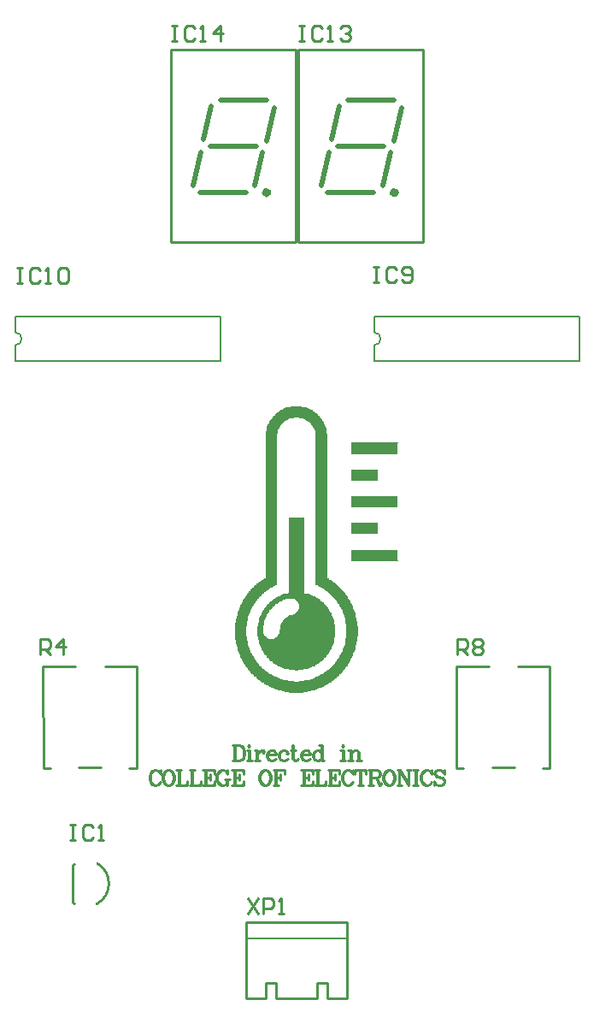
<source format=gto>
G04*
G04 #@! TF.GenerationSoftware,Altium Limited,Altium Designer,21.5.1 (32)*
G04*
G04 Layer_Color=65535*
%FSLAX25Y25*%
%MOIN*%
G70*
G04*
G04 #@! TF.SameCoordinates,23847DC4-7520-4B4A-9137-17159688AF9F*
G04*
G04*
G04 #@! TF.FilePolarity,Positive*
G04*
G01*
G75*
%ADD10C,0.03150*%
%ADD11C,0.00787*%
%ADD12C,0.01000*%
%ADD13C,0.02000*%
G36*
X197017Y216781D02*
X196764D01*
Y216528D01*
Y216275D01*
Y216022D01*
Y215769D01*
Y215515D01*
Y215262D01*
Y215009D01*
Y214756D01*
Y214503D01*
Y214250D01*
Y213997D01*
Y213744D01*
Y213491D01*
Y213238D01*
Y212984D01*
Y212731D01*
Y212478D01*
X178794D01*
Y212731D01*
Y212984D01*
Y213238D01*
Y213491D01*
Y213744D01*
Y213997D01*
Y214250D01*
Y214503D01*
Y214756D01*
Y215009D01*
Y215262D01*
Y215515D01*
Y215769D01*
Y216022D01*
Y216275D01*
Y216528D01*
Y216781D01*
Y217034D01*
X197017D01*
Y216781D01*
D02*
G37*
G36*
X189171Y206404D02*
Y206151D01*
Y205898D01*
Y205645D01*
Y205392D01*
Y205138D01*
Y204885D01*
Y204632D01*
Y204379D01*
Y204126D01*
Y203873D01*
Y203620D01*
Y203367D01*
Y203114D01*
Y202861D01*
Y202607D01*
Y202354D01*
Y202101D01*
X178794D01*
Y202354D01*
Y202607D01*
Y202861D01*
Y203114D01*
Y203367D01*
Y203620D01*
Y203873D01*
Y204126D01*
Y204379D01*
Y204632D01*
Y204885D01*
Y205138D01*
Y205392D01*
Y205645D01*
Y205898D01*
Y206151D01*
Y206404D01*
Y206657D01*
X189171D01*
Y206404D01*
D02*
G37*
G36*
X197017Y196027D02*
X196764D01*
Y195774D01*
Y195521D01*
Y195268D01*
Y195015D01*
Y194762D01*
Y194508D01*
Y194255D01*
Y194002D01*
Y193749D01*
Y193496D01*
Y193243D01*
Y192990D01*
Y192737D01*
Y192484D01*
Y192231D01*
Y191978D01*
X197017D01*
Y191724D01*
X178794D01*
Y191978D01*
Y192231D01*
Y192484D01*
Y192737D01*
Y192990D01*
Y193243D01*
Y193496D01*
Y193749D01*
Y194002D01*
Y194255D01*
Y194508D01*
Y194762D01*
Y195015D01*
Y195268D01*
Y195521D01*
Y195774D01*
Y196027D01*
Y196280D01*
X197017D01*
Y196027D01*
D02*
G37*
G36*
X189171Y185650D02*
Y185397D01*
Y185144D01*
Y184891D01*
Y184638D01*
Y184385D01*
Y184132D01*
Y183878D01*
Y183625D01*
Y183372D01*
Y183119D01*
Y182866D01*
Y182613D01*
Y182360D01*
Y182107D01*
Y181854D01*
Y181601D01*
Y181348D01*
X178794D01*
Y181601D01*
Y181854D01*
Y182107D01*
Y182360D01*
Y182613D01*
Y182866D01*
Y183119D01*
Y183372D01*
Y183625D01*
Y183878D01*
Y184132D01*
Y184385D01*
Y184638D01*
Y184891D01*
Y185144D01*
Y185397D01*
Y185650D01*
Y185903D01*
X189171D01*
Y185650D01*
D02*
G37*
G36*
X196764Y175020D02*
Y174767D01*
Y174514D01*
Y174261D01*
Y174008D01*
Y173755D01*
Y173502D01*
Y173248D01*
Y172995D01*
Y172742D01*
Y172489D01*
Y172236D01*
Y171983D01*
Y171730D01*
Y171477D01*
Y171224D01*
X197017D01*
Y170971D01*
X178794D01*
Y171224D01*
Y171477D01*
Y171730D01*
Y171983D01*
Y172236D01*
Y172489D01*
Y172742D01*
Y172995D01*
Y173248D01*
Y173502D01*
Y173755D01*
Y174008D01*
Y174261D01*
Y174514D01*
Y174767D01*
Y175020D01*
Y175273D01*
X196764D01*
Y175020D01*
D02*
G37*
G36*
X159558Y230954D02*
X160571D01*
Y230701D01*
X161330D01*
Y230448D01*
X162089D01*
Y230195D01*
X162596D01*
Y229942D01*
X163102D01*
Y229689D01*
X163608D01*
Y229436D01*
X163861D01*
Y229183D01*
X164367D01*
Y228929D01*
X164620D01*
Y228676D01*
X164873D01*
Y228423D01*
X165380D01*
Y228170D01*
X165633D01*
Y227917D01*
X165886D01*
Y227664D01*
X166139D01*
Y227411D01*
X166392D01*
Y227158D01*
Y226905D01*
X166645D01*
Y226652D01*
X166898D01*
Y226398D01*
X167151D01*
Y226145D01*
X167404D01*
Y225892D01*
Y225639D01*
X167657D01*
Y225386D01*
Y225133D01*
X167911D01*
Y224880D01*
Y224627D01*
X168164D01*
Y224374D01*
Y224121D01*
X168417D01*
Y223868D01*
Y223615D01*
X168670D01*
Y223361D01*
Y223108D01*
Y222855D01*
X168923D01*
Y222602D01*
Y222349D01*
Y222096D01*
X169176D01*
Y221843D01*
Y221590D01*
Y221337D01*
Y221083D01*
Y220830D01*
Y220577D01*
X169429D01*
Y220324D01*
Y220071D01*
Y219818D01*
Y219565D01*
Y219312D01*
Y219059D01*
Y218806D01*
Y218553D01*
Y218300D01*
Y218046D01*
Y217793D01*
Y217540D01*
Y217287D01*
Y217034D01*
Y216781D01*
Y216528D01*
Y216275D01*
Y216022D01*
Y215769D01*
Y215515D01*
Y215262D01*
Y215009D01*
Y214756D01*
Y214503D01*
Y214250D01*
Y213997D01*
Y213744D01*
Y213491D01*
Y213238D01*
Y212984D01*
Y212731D01*
Y212478D01*
Y212225D01*
Y211972D01*
Y211719D01*
Y211466D01*
Y211213D01*
Y210960D01*
Y210707D01*
Y210454D01*
Y210200D01*
Y209947D01*
Y209694D01*
Y209441D01*
Y209188D01*
Y208935D01*
Y208682D01*
Y208429D01*
Y208176D01*
Y207923D01*
Y207669D01*
Y207416D01*
Y207163D01*
Y206910D01*
Y206657D01*
Y206404D01*
Y206151D01*
Y205898D01*
Y205645D01*
Y205392D01*
Y205138D01*
Y204885D01*
Y204632D01*
Y204379D01*
Y204126D01*
Y203873D01*
Y203620D01*
Y203367D01*
Y203114D01*
Y202861D01*
Y202607D01*
Y202354D01*
Y202101D01*
Y201848D01*
Y201595D01*
Y201342D01*
Y201089D01*
Y200836D01*
Y200583D01*
Y200330D01*
Y200077D01*
Y199823D01*
Y199570D01*
Y199317D01*
Y199064D01*
Y198811D01*
Y198558D01*
Y198305D01*
Y198052D01*
Y197799D01*
Y197546D01*
Y197292D01*
Y197039D01*
Y196786D01*
Y196533D01*
Y196280D01*
Y196027D01*
Y195774D01*
Y195521D01*
Y195268D01*
Y195015D01*
Y194762D01*
Y194508D01*
Y194255D01*
Y194002D01*
Y193749D01*
Y193496D01*
Y193243D01*
Y192990D01*
Y192737D01*
Y192484D01*
Y192231D01*
Y191978D01*
Y191724D01*
Y191471D01*
Y191218D01*
Y190965D01*
Y190712D01*
Y190459D01*
Y190206D01*
Y189953D01*
Y189700D01*
Y189446D01*
Y189193D01*
Y188940D01*
Y188687D01*
Y188434D01*
Y188181D01*
Y187928D01*
Y187675D01*
Y187422D01*
Y187169D01*
Y186916D01*
Y186662D01*
Y186409D01*
Y186156D01*
Y185903D01*
Y185650D01*
Y185397D01*
Y185144D01*
Y184891D01*
Y184638D01*
Y184385D01*
Y184132D01*
Y183878D01*
Y183625D01*
Y183372D01*
Y183119D01*
Y182866D01*
Y182613D01*
Y182360D01*
Y182107D01*
Y181854D01*
Y181601D01*
Y181348D01*
Y181094D01*
Y180841D01*
Y180588D01*
Y180335D01*
Y180082D01*
Y179829D01*
Y179576D01*
Y179323D01*
Y179070D01*
Y178816D01*
Y178563D01*
Y178310D01*
Y178057D01*
Y177804D01*
Y177551D01*
Y177298D01*
Y177045D01*
Y176792D01*
Y176539D01*
Y176286D01*
Y176032D01*
Y175779D01*
Y175526D01*
Y175273D01*
Y175020D01*
Y174767D01*
Y174514D01*
Y174261D01*
Y174008D01*
Y173755D01*
Y173502D01*
Y173248D01*
Y172995D01*
Y172742D01*
Y172489D01*
Y172236D01*
Y171983D01*
Y171730D01*
Y171477D01*
Y171224D01*
Y170971D01*
Y170718D01*
Y170464D01*
Y170211D01*
Y169958D01*
Y169705D01*
Y169452D01*
Y169199D01*
Y168946D01*
Y168693D01*
Y168440D01*
Y168186D01*
Y167933D01*
Y167680D01*
Y167427D01*
Y167174D01*
Y166921D01*
Y166668D01*
Y166415D01*
Y166162D01*
Y165909D01*
Y165656D01*
Y165402D01*
Y165149D01*
Y164896D01*
Y164643D01*
Y164390D01*
Y164137D01*
X169935D01*
Y163884D01*
X170188D01*
Y163631D01*
X170695D01*
Y163378D01*
X170948D01*
Y163125D01*
X171454D01*
Y162872D01*
X171707D01*
Y162618D01*
X171960D01*
Y162365D01*
X172466D01*
Y162112D01*
X172719D01*
Y161859D01*
X172973D01*
Y161606D01*
X173226D01*
Y161353D01*
X173479D01*
Y161100D01*
X173732D01*
Y160847D01*
X173985D01*
Y160594D01*
X174238D01*
Y160340D01*
X174491D01*
Y160087D01*
X174744D01*
Y159834D01*
X174997D01*
Y159581D01*
X175250D01*
Y159328D01*
X175503D01*
Y159075D01*
X175757D01*
Y158822D01*
X176010D01*
Y158569D01*
X176263D01*
Y158316D01*
Y158063D01*
X176516D01*
Y157810D01*
X176769D01*
Y157556D01*
X177022D01*
Y157303D01*
Y157050D01*
X177275D01*
Y156797D01*
X177528D01*
Y156544D01*
Y156291D01*
X177781D01*
Y156038D01*
Y155785D01*
X178034D01*
Y155532D01*
X178287D01*
Y155279D01*
Y155025D01*
X178541D01*
Y154772D01*
Y154519D01*
X178794D01*
Y154266D01*
Y154013D01*
X179047D01*
Y153760D01*
Y153507D01*
X179300D01*
Y153254D01*
Y153001D01*
Y152748D01*
X179553D01*
Y152495D01*
Y152242D01*
X179806D01*
Y151988D01*
Y151735D01*
Y151482D01*
X180059D01*
Y151229D01*
Y150976D01*
Y150723D01*
X180312D01*
Y150470D01*
Y150217D01*
Y149964D01*
X180565D01*
Y149711D01*
Y149457D01*
Y149204D01*
Y148951D01*
X180818D01*
Y148698D01*
Y148445D01*
Y148192D01*
Y147939D01*
Y147686D01*
Y147433D01*
X181072D01*
Y147180D01*
Y146926D01*
Y146673D01*
Y146420D01*
Y146167D01*
Y145914D01*
Y145661D01*
X181325D01*
Y145408D01*
Y145155D01*
Y144902D01*
Y144649D01*
Y144395D01*
Y144142D01*
Y143889D01*
Y143636D01*
Y143383D01*
Y143130D01*
Y142877D01*
Y142624D01*
Y142371D01*
Y142118D01*
Y141865D01*
Y141611D01*
X181072D01*
Y141358D01*
Y141105D01*
Y140852D01*
Y140599D01*
Y140346D01*
Y140093D01*
Y139840D01*
Y139587D01*
X180818D01*
Y139334D01*
Y139081D01*
Y138827D01*
Y138574D01*
Y138321D01*
X180565D01*
Y138068D01*
Y137815D01*
Y137562D01*
Y137309D01*
X180312D01*
Y137056D01*
Y136803D01*
Y136549D01*
Y136296D01*
X180059D01*
Y136043D01*
Y135790D01*
Y135537D01*
X179806D01*
Y135284D01*
Y135031D01*
X179553D01*
Y134778D01*
Y134525D01*
Y134272D01*
X179300D01*
Y134019D01*
Y133765D01*
X179047D01*
Y133512D01*
Y133259D01*
X178794D01*
Y133006D01*
Y132753D01*
X178541D01*
Y132500D01*
Y132247D01*
X178287D01*
Y131994D01*
Y131741D01*
X178034D01*
Y131488D01*
Y131235D01*
X177781D01*
Y130981D01*
X177528D01*
Y130728D01*
Y130475D01*
X177275D01*
Y130222D01*
Y129969D01*
X177022D01*
Y129716D01*
X176769D01*
Y129463D01*
X176516D01*
Y129210D01*
Y128957D01*
X176263D01*
Y128704D01*
X176010D01*
Y128451D01*
X175757D01*
Y128197D01*
X175503D01*
Y127944D01*
Y127691D01*
X175250D01*
Y127438D01*
X174997D01*
Y127185D01*
X174744D01*
Y126932D01*
X174491D01*
Y126679D01*
X174238D01*
Y126426D01*
X173985D01*
Y126173D01*
X173732D01*
Y125919D01*
X173479D01*
Y125666D01*
X173226D01*
Y125413D01*
X172973D01*
Y125160D01*
X172466D01*
Y124907D01*
X172213D01*
Y124654D01*
X171960D01*
Y124401D01*
X171707D01*
Y124148D01*
X171201D01*
Y123895D01*
X170948D01*
Y123642D01*
X170441D01*
Y123389D01*
X170188D01*
Y123135D01*
X169682D01*
Y122882D01*
X169176D01*
Y122629D01*
X168923D01*
Y122376D01*
X168417D01*
Y122123D01*
X167911D01*
Y121870D01*
X167404D01*
Y121617D01*
X166645D01*
Y121364D01*
X166139D01*
Y121111D01*
X165380D01*
Y120858D01*
X164873D01*
Y120605D01*
X163861D01*
Y120351D01*
X163102D01*
Y120098D01*
X161836D01*
Y119845D01*
X160065D01*
Y119592D01*
X154497D01*
Y119845D01*
X152725D01*
Y120098D01*
X151713D01*
Y120351D01*
X150700D01*
Y120605D01*
X149941D01*
Y120858D01*
X149181D01*
Y121111D01*
X148422D01*
Y121364D01*
X147916D01*
Y121617D01*
X147410D01*
Y121870D01*
X146904D01*
Y122123D01*
X146397D01*
Y122376D01*
X145891D01*
Y122629D01*
X145385D01*
Y122882D01*
X144879D01*
Y123135D01*
X144626D01*
Y123389D01*
X144120D01*
Y123642D01*
X143867D01*
Y123895D01*
X143360D01*
Y124148D01*
X143107D01*
Y124401D01*
X142601D01*
Y124654D01*
X142348D01*
Y124907D01*
X142095D01*
Y125160D01*
X141842D01*
Y125413D01*
X141589D01*
Y125666D01*
X141082D01*
Y125919D01*
X140829D01*
Y126173D01*
X140576D01*
Y126426D01*
X140323D01*
Y126679D01*
X140070D01*
Y126932D01*
X139817D01*
Y127185D01*
X139564D01*
Y127438D01*
Y127691D01*
X139311D01*
Y127944D01*
X139058D01*
Y128197D01*
X138805D01*
Y128451D01*
X138551D01*
Y128704D01*
X138298D01*
Y128957D01*
Y129210D01*
X138045D01*
Y129463D01*
X137792D01*
Y129716D01*
X137539D01*
Y129969D01*
Y130222D01*
X137286D01*
Y130475D01*
X137033D01*
Y130728D01*
Y130981D01*
X136780D01*
Y131235D01*
Y131488D01*
X136527D01*
Y131741D01*
Y131994D01*
X136274D01*
Y132247D01*
X136021D01*
Y132500D01*
Y132753D01*
X135767D01*
Y133006D01*
Y133259D01*
X135514D01*
Y133512D01*
Y133765D01*
Y134019D01*
X135261D01*
Y134272D01*
Y134525D01*
X135008D01*
Y134778D01*
Y135031D01*
Y135284D01*
X134755D01*
Y135537D01*
Y135790D01*
X134502D01*
Y136043D01*
Y136296D01*
Y136549D01*
X134249D01*
Y136803D01*
Y137056D01*
Y137309D01*
Y137562D01*
X133996D01*
Y137815D01*
Y138068D01*
Y138321D01*
Y138574D01*
X133743D01*
Y138827D01*
Y139081D01*
Y139334D01*
Y139587D01*
Y139840D01*
Y140093D01*
X133490D01*
Y140346D01*
Y140599D01*
Y140852D01*
Y141105D01*
Y141358D01*
Y141611D01*
Y141865D01*
Y142118D01*
Y142371D01*
Y142624D01*
Y142877D01*
Y143130D01*
Y143383D01*
Y143636D01*
Y143889D01*
Y144142D01*
Y144395D01*
Y144649D01*
Y144902D01*
Y145155D01*
Y145408D01*
Y145661D01*
Y145914D01*
Y146167D01*
Y146420D01*
Y146673D01*
Y146926D01*
X133743D01*
Y147180D01*
Y147433D01*
Y147686D01*
Y147939D01*
Y148192D01*
Y148445D01*
X133996D01*
Y148698D01*
Y148951D01*
Y149204D01*
Y149457D01*
X134249D01*
Y149711D01*
Y149964D01*
Y150217D01*
Y150470D01*
X134502D01*
Y150723D01*
Y150976D01*
Y151229D01*
X134755D01*
Y151482D01*
Y151735D01*
Y151988D01*
X135008D01*
Y152242D01*
Y152495D01*
Y152748D01*
X135261D01*
Y153001D01*
Y153254D01*
X135514D01*
Y153507D01*
Y153760D01*
X135767D01*
Y154013D01*
Y154266D01*
X136021D01*
Y154519D01*
Y154772D01*
X136274D01*
Y155025D01*
Y155279D01*
X136527D01*
Y155532D01*
Y155785D01*
X136780D01*
Y156038D01*
X137033D01*
Y156291D01*
Y156544D01*
X137286D01*
Y156797D01*
Y157050D01*
X137539D01*
Y157303D01*
X137792D01*
Y157556D01*
X138045D01*
Y157810D01*
Y158063D01*
X138298D01*
Y158316D01*
X138551D01*
Y158569D01*
X138805D01*
Y158822D01*
Y159075D01*
X139058D01*
Y159328D01*
X139311D01*
Y159581D01*
X139564D01*
Y159834D01*
X139817D01*
Y160087D01*
X140070D01*
Y160340D01*
X140323D01*
Y160594D01*
X140576D01*
Y160847D01*
X140829D01*
Y161100D01*
X141082D01*
Y161353D01*
X141335D01*
Y161606D01*
X141589D01*
Y161859D01*
X141842D01*
Y162112D01*
X142348D01*
Y162365D01*
X142601D01*
Y162618D01*
X142854D01*
Y162872D01*
X143360D01*
Y163125D01*
X143613D01*
Y163378D01*
X143867D01*
Y163631D01*
X144373D01*
Y163884D01*
X144879D01*
Y164137D01*
X145385D01*
Y164390D01*
Y164643D01*
Y164896D01*
Y165149D01*
Y165402D01*
Y165656D01*
Y165909D01*
Y166162D01*
Y166415D01*
Y166668D01*
Y166921D01*
Y167174D01*
Y167427D01*
Y167680D01*
Y167933D01*
Y168186D01*
Y168440D01*
Y168693D01*
Y168946D01*
Y169199D01*
Y169452D01*
Y169705D01*
Y169958D01*
Y170211D01*
Y170464D01*
Y170718D01*
Y170971D01*
Y171224D01*
Y171477D01*
Y171730D01*
Y171983D01*
Y172236D01*
Y172489D01*
Y172742D01*
Y172995D01*
Y173248D01*
Y173502D01*
Y173755D01*
Y174008D01*
Y174261D01*
Y174514D01*
Y174767D01*
Y175020D01*
Y175273D01*
Y175526D01*
Y175779D01*
Y176032D01*
Y176286D01*
Y176539D01*
Y176792D01*
Y177045D01*
Y177298D01*
Y177551D01*
Y177804D01*
Y178057D01*
Y178310D01*
Y178563D01*
Y178816D01*
Y179070D01*
Y179323D01*
Y179576D01*
Y179829D01*
Y180082D01*
Y180335D01*
Y180588D01*
Y180841D01*
Y181094D01*
Y181348D01*
Y181601D01*
Y181854D01*
Y182107D01*
Y182360D01*
Y182613D01*
Y182866D01*
Y183119D01*
Y183372D01*
Y183625D01*
Y183878D01*
Y184132D01*
Y184385D01*
Y184638D01*
Y184891D01*
Y185144D01*
Y185397D01*
Y185650D01*
Y185903D01*
Y186156D01*
Y186409D01*
Y186662D01*
Y186916D01*
Y187169D01*
Y187422D01*
Y187675D01*
Y187928D01*
Y188181D01*
Y188434D01*
Y188687D01*
Y188940D01*
Y189193D01*
Y189446D01*
Y189700D01*
Y189953D01*
Y190206D01*
Y190459D01*
Y190712D01*
Y190965D01*
Y191218D01*
Y191471D01*
Y191724D01*
Y191978D01*
Y192231D01*
Y192484D01*
Y192737D01*
Y192990D01*
Y193243D01*
Y193496D01*
Y193749D01*
Y194002D01*
Y194255D01*
Y194508D01*
Y194762D01*
Y195015D01*
Y195268D01*
Y195521D01*
Y195774D01*
Y196027D01*
Y196280D01*
Y196533D01*
Y196786D01*
Y197039D01*
Y197292D01*
Y197546D01*
Y197799D01*
Y198052D01*
Y198305D01*
Y198558D01*
Y198811D01*
Y199064D01*
Y199317D01*
Y199570D01*
Y199823D01*
Y200077D01*
Y200330D01*
Y200583D01*
Y200836D01*
Y201089D01*
Y201342D01*
Y201595D01*
Y201848D01*
Y202101D01*
Y202354D01*
Y202607D01*
Y202861D01*
Y203114D01*
Y203367D01*
Y203620D01*
Y203873D01*
Y204126D01*
Y204379D01*
Y204632D01*
Y204885D01*
Y205138D01*
Y205392D01*
Y205645D01*
Y205898D01*
Y206151D01*
Y206404D01*
Y206657D01*
Y206910D01*
Y207163D01*
Y207416D01*
Y207669D01*
Y207923D01*
Y208176D01*
Y208429D01*
Y208682D01*
Y208935D01*
Y209188D01*
Y209441D01*
Y209694D01*
Y209947D01*
Y210200D01*
Y210454D01*
Y210707D01*
Y210960D01*
Y211213D01*
Y211466D01*
Y211719D01*
Y211972D01*
Y212225D01*
Y212478D01*
Y212731D01*
Y212984D01*
Y213238D01*
Y213491D01*
Y213744D01*
Y213997D01*
Y214250D01*
Y214503D01*
Y214756D01*
Y215009D01*
Y215262D01*
Y215515D01*
Y215769D01*
Y216022D01*
Y216275D01*
Y216528D01*
Y216781D01*
Y217034D01*
Y217287D01*
Y217540D01*
Y217793D01*
Y218046D01*
Y218300D01*
Y218553D01*
Y218806D01*
Y219059D01*
Y219312D01*
Y219565D01*
Y219818D01*
Y220071D01*
Y220324D01*
Y220577D01*
Y220830D01*
Y221083D01*
Y221337D01*
Y221590D01*
X145638D01*
Y221843D01*
Y222096D01*
Y222349D01*
Y222602D01*
X145891D01*
Y222855D01*
Y223108D01*
Y223361D01*
X146144D01*
Y223615D01*
Y223868D01*
Y224121D01*
X146397D01*
Y224374D01*
Y224627D01*
X146651D01*
Y224880D01*
Y225133D01*
X146904D01*
Y225386D01*
X147157D01*
Y225639D01*
Y225892D01*
X147410D01*
Y226145D01*
X147663D01*
Y226398D01*
Y226652D01*
X147916D01*
Y226905D01*
X148169D01*
Y227158D01*
X148422D01*
Y227411D01*
X148675D01*
Y227664D01*
X148928D01*
Y227917D01*
X149181D01*
Y228170D01*
X149435D01*
Y228423D01*
X149688D01*
Y228676D01*
X149941D01*
Y228929D01*
X150447D01*
Y229183D01*
X150700D01*
Y229436D01*
X151206D01*
Y229689D01*
X151459D01*
Y229942D01*
X151965D01*
Y230195D01*
X152472D01*
Y230448D01*
X153231D01*
Y230701D01*
X153990D01*
Y230954D01*
X155003D01*
Y231207D01*
X159558D01*
Y230954D01*
D02*
G37*
%LPC*%
G36*
X158293Y226905D02*
X156521D01*
Y226652D01*
X155256D01*
Y226398D01*
X154497D01*
Y226145D01*
X153990D01*
Y225892D01*
X153484D01*
Y225639D01*
X152978D01*
Y225386D01*
X152725D01*
Y225133D01*
X152472D01*
Y224880D01*
X152219D01*
Y224627D01*
X151965D01*
Y224374D01*
X151713D01*
Y224121D01*
X151459D01*
Y223868D01*
X151206D01*
Y223615D01*
X150953D01*
Y223361D01*
Y223108D01*
X150700D01*
Y222855D01*
Y222602D01*
X150447D01*
Y222349D01*
Y222096D01*
X150194D01*
Y221843D01*
Y221590D01*
X149941D01*
Y221337D01*
Y221083D01*
Y220830D01*
Y220577D01*
X149688D01*
Y220324D01*
Y220071D01*
Y219818D01*
Y219565D01*
Y219312D01*
Y219059D01*
Y218806D01*
Y218553D01*
Y218300D01*
Y218046D01*
Y217793D01*
Y217540D01*
Y217287D01*
Y217034D01*
Y216781D01*
Y216528D01*
Y216275D01*
Y216022D01*
Y215769D01*
Y215515D01*
Y215262D01*
Y215009D01*
Y214756D01*
Y214503D01*
Y214250D01*
Y213997D01*
Y213744D01*
Y213491D01*
Y213238D01*
Y212984D01*
Y212731D01*
Y212478D01*
Y212225D01*
Y211972D01*
Y211719D01*
Y211466D01*
Y211213D01*
Y210960D01*
Y210707D01*
Y210454D01*
Y210200D01*
Y209947D01*
Y209694D01*
Y209441D01*
Y209188D01*
Y208935D01*
Y208682D01*
Y208429D01*
Y208176D01*
Y207923D01*
Y207669D01*
Y207416D01*
Y207163D01*
Y206910D01*
Y206657D01*
Y206404D01*
Y206151D01*
Y205898D01*
Y205645D01*
Y205392D01*
Y205138D01*
Y204885D01*
Y204632D01*
Y204379D01*
Y204126D01*
Y203873D01*
Y203620D01*
Y203367D01*
Y203114D01*
Y202861D01*
Y202607D01*
Y202354D01*
Y202101D01*
Y201848D01*
Y201595D01*
Y201342D01*
Y201089D01*
Y200836D01*
Y200583D01*
Y200330D01*
Y200077D01*
Y199823D01*
Y199570D01*
Y199317D01*
Y199064D01*
Y198811D01*
Y198558D01*
Y198305D01*
Y198052D01*
Y197799D01*
Y197546D01*
Y197292D01*
Y197039D01*
Y196786D01*
Y196533D01*
Y196280D01*
Y196027D01*
Y195774D01*
Y195521D01*
Y195268D01*
Y195015D01*
Y194762D01*
Y194508D01*
Y194255D01*
Y194002D01*
Y193749D01*
Y193496D01*
Y193243D01*
Y192990D01*
Y192737D01*
Y192484D01*
Y192231D01*
Y191978D01*
Y191724D01*
Y191471D01*
Y191218D01*
Y190965D01*
Y190712D01*
Y190459D01*
Y190206D01*
Y189953D01*
Y189700D01*
Y189446D01*
Y189193D01*
Y188940D01*
Y188687D01*
Y188434D01*
Y188181D01*
Y187928D01*
Y187675D01*
Y187422D01*
Y187169D01*
Y186916D01*
Y186662D01*
Y186409D01*
Y186156D01*
Y185903D01*
Y185650D01*
Y185397D01*
Y185144D01*
Y184891D01*
Y184638D01*
Y184385D01*
Y184132D01*
Y183878D01*
Y183625D01*
Y183372D01*
Y183119D01*
Y182866D01*
Y182613D01*
Y182360D01*
Y182107D01*
Y181854D01*
Y181601D01*
Y181348D01*
Y181094D01*
Y180841D01*
Y180588D01*
Y180335D01*
Y180082D01*
Y179829D01*
Y179576D01*
Y179323D01*
Y179070D01*
Y178816D01*
Y178563D01*
Y178310D01*
Y178057D01*
Y177804D01*
Y177551D01*
Y177298D01*
Y177045D01*
Y176792D01*
Y176539D01*
Y176286D01*
Y176032D01*
Y175779D01*
Y175526D01*
Y175273D01*
Y175020D01*
Y174767D01*
Y174514D01*
Y174261D01*
Y174008D01*
Y173755D01*
Y173502D01*
Y173248D01*
Y172995D01*
Y172742D01*
Y172489D01*
Y172236D01*
Y171983D01*
Y171730D01*
Y171477D01*
Y171224D01*
Y170971D01*
Y170718D01*
Y170464D01*
Y170211D01*
Y169958D01*
Y169705D01*
Y169452D01*
Y169199D01*
Y168946D01*
Y168693D01*
Y168440D01*
Y168186D01*
Y167933D01*
Y167680D01*
Y167427D01*
Y167174D01*
Y166921D01*
Y166668D01*
Y166415D01*
Y166162D01*
Y165909D01*
Y165656D01*
Y165402D01*
Y165149D01*
Y164896D01*
Y164643D01*
Y164390D01*
Y164137D01*
Y163884D01*
Y163631D01*
Y163378D01*
Y163125D01*
Y162872D01*
Y162618D01*
Y162365D01*
Y162112D01*
Y161859D01*
Y161606D01*
X149435D01*
Y161353D01*
X148928D01*
Y161100D01*
X148422D01*
Y160847D01*
X147916D01*
Y160594D01*
X147663D01*
Y160340D01*
X147157D01*
Y160087D01*
X146651D01*
Y159834D01*
X146397D01*
Y159581D01*
X145891D01*
Y159328D01*
X145638D01*
Y159075D01*
X145385D01*
Y158822D01*
X144879D01*
Y158569D01*
X144626D01*
Y158316D01*
X144373D01*
Y158063D01*
X144120D01*
Y157810D01*
X143867D01*
Y157556D01*
X143613D01*
Y157303D01*
X143360D01*
Y157050D01*
X143107D01*
Y156797D01*
X142854D01*
Y156544D01*
X142601D01*
Y156291D01*
X142348D01*
Y156038D01*
X142095D01*
Y155785D01*
Y155532D01*
X141842D01*
Y155279D01*
X141589D01*
Y155025D01*
X141335D01*
Y154772D01*
Y154519D01*
X141082D01*
Y154266D01*
X140829D01*
Y154013D01*
Y153760D01*
X140576D01*
Y153507D01*
X140323D01*
Y153254D01*
Y153001D01*
X140070D01*
Y152748D01*
Y152495D01*
X139817D01*
Y152242D01*
Y151988D01*
X139564D01*
Y151735D01*
Y151482D01*
X139311D01*
Y151229D01*
Y150976D01*
Y150723D01*
X139058D01*
Y150470D01*
Y150217D01*
X138805D01*
Y149964D01*
Y149711D01*
Y149457D01*
X138551D01*
Y149204D01*
Y148951D01*
Y148698D01*
Y148445D01*
X138298D01*
Y148192D01*
Y147939D01*
Y147686D01*
Y147433D01*
X138045D01*
Y147180D01*
Y146926D01*
Y146673D01*
Y146420D01*
Y146167D01*
Y145914D01*
Y145661D01*
X137792D01*
Y145408D01*
Y145155D01*
Y144902D01*
Y144649D01*
Y144395D01*
Y144142D01*
Y143889D01*
Y143636D01*
Y143383D01*
Y143130D01*
Y142877D01*
Y142624D01*
Y142371D01*
Y142118D01*
Y141865D01*
Y141611D01*
Y141358D01*
X138045D01*
Y141105D01*
Y140852D01*
Y140599D01*
Y140346D01*
Y140093D01*
Y139840D01*
X138298D01*
Y139587D01*
Y139334D01*
Y139081D01*
Y138827D01*
Y138574D01*
X138551D01*
Y138321D01*
Y138068D01*
Y137815D01*
X138805D01*
Y137562D01*
Y137309D01*
Y137056D01*
X139058D01*
Y136803D01*
Y136549D01*
Y136296D01*
X139311D01*
Y136043D01*
Y135790D01*
X139564D01*
Y135537D01*
Y135284D01*
X139817D01*
Y135031D01*
Y134778D01*
X140070D01*
Y134525D01*
Y134272D01*
X140323D01*
Y134019D01*
Y133765D01*
X140576D01*
Y133512D01*
Y133259D01*
X140829D01*
Y133006D01*
X141082D01*
Y132753D01*
Y132500D01*
X141335D01*
Y132247D01*
X141589D01*
Y131994D01*
Y131741D01*
X141842D01*
Y131488D01*
X142095D01*
Y131235D01*
X142348D01*
Y130981D01*
X142601D01*
Y130728D01*
X142854D01*
Y130475D01*
Y130222D01*
X143107D01*
Y129969D01*
X143360D01*
Y129716D01*
X143613D01*
Y129463D01*
X143867D01*
Y129210D01*
X144120D01*
Y128957D01*
X144626D01*
Y128704D01*
X144879D01*
Y128451D01*
X145132D01*
Y128197D01*
X145385D01*
Y127944D01*
X145891D01*
Y127691D01*
X146144D01*
Y127438D01*
X146397D01*
Y127185D01*
X146904D01*
Y126932D01*
X147410D01*
Y126679D01*
X147663D01*
Y126426D01*
X148169D01*
Y126173D01*
X148675D01*
Y125919D01*
X149181D01*
Y125666D01*
X149688D01*
Y125413D01*
X150447D01*
Y125160D01*
X150953D01*
Y124907D01*
X151965D01*
Y124654D01*
X152725D01*
Y124401D01*
X153990D01*
Y124148D01*
X156268D01*
Y123895D01*
X158293D01*
Y124148D01*
X160571D01*
Y124401D01*
X161836D01*
Y124654D01*
X162849D01*
Y124907D01*
X163608D01*
Y125160D01*
X164367D01*
Y125413D01*
X164873D01*
Y125666D01*
X165380D01*
Y125919D01*
X165886D01*
Y126173D01*
X166392D01*
Y126426D01*
X166898D01*
Y126679D01*
X167404D01*
Y126932D01*
X167657D01*
Y127185D01*
X168164D01*
Y127438D01*
X168417D01*
Y127691D01*
X168923D01*
Y127944D01*
X169176D01*
Y128197D01*
X169429D01*
Y128451D01*
X169935D01*
Y128704D01*
X170188D01*
Y128957D01*
X170441D01*
Y129210D01*
X170695D01*
Y129463D01*
X170948D01*
Y129716D01*
X171201D01*
Y129969D01*
X171454D01*
Y130222D01*
X171707D01*
Y130475D01*
X171960D01*
Y130728D01*
X172213D01*
Y130981D01*
X172466D01*
Y131235D01*
Y131488D01*
X172719D01*
Y131741D01*
X172973D01*
Y131994D01*
X173226D01*
Y132247D01*
Y132500D01*
X173479D01*
Y132753D01*
X173732D01*
Y133006D01*
Y133259D01*
X173985D01*
Y133512D01*
X174238D01*
Y133765D01*
Y134019D01*
X174491D01*
Y134272D01*
Y134525D01*
X174744D01*
Y134778D01*
Y135031D01*
X174997D01*
Y135284D01*
Y135537D01*
X175250D01*
Y135790D01*
Y136043D01*
X175503D01*
Y136296D01*
Y136549D01*
Y136803D01*
X175757D01*
Y137056D01*
Y137309D01*
Y137562D01*
X176010D01*
Y137815D01*
Y138068D01*
Y138321D01*
X176263D01*
Y138574D01*
Y138827D01*
Y139081D01*
Y139334D01*
X176516D01*
Y139587D01*
Y139840D01*
Y140093D01*
Y140346D01*
Y140599D01*
Y140852D01*
X176769D01*
Y141105D01*
Y141358D01*
Y141611D01*
Y141865D01*
Y142118D01*
Y142371D01*
Y142624D01*
Y142877D01*
Y143130D01*
Y143383D01*
Y143636D01*
Y143889D01*
Y144142D01*
Y144395D01*
Y144649D01*
Y144902D01*
Y145155D01*
Y145408D01*
Y145661D01*
Y145914D01*
Y146167D01*
Y146420D01*
X176516D01*
Y146673D01*
Y146926D01*
Y147180D01*
Y147433D01*
Y147686D01*
X176263D01*
Y147939D01*
Y148192D01*
Y148445D01*
Y148698D01*
X176010D01*
Y148951D01*
Y149204D01*
Y149457D01*
Y149711D01*
X175757D01*
Y149964D01*
Y150217D01*
Y150470D01*
X175503D01*
Y150723D01*
Y150976D01*
X175250D01*
Y151229D01*
Y151482D01*
Y151735D01*
X174997D01*
Y151988D01*
Y152242D01*
X174744D01*
Y152495D01*
Y152748D01*
X174491D01*
Y153001D01*
X174238D01*
Y153254D01*
Y153507D01*
X173985D01*
Y153760D01*
Y154013D01*
X173732D01*
Y154266D01*
X173479D01*
Y154519D01*
Y154772D01*
X173226D01*
Y155025D01*
X172973D01*
Y155279D01*
Y155532D01*
X172719D01*
Y155785D01*
X172466D01*
Y156038D01*
X172213D01*
Y156291D01*
X171960D01*
Y156544D01*
X171707D01*
Y156797D01*
X171454D01*
Y157050D01*
X171201D01*
Y157303D01*
X170948D01*
Y157556D01*
X170695D01*
Y157810D01*
X170441D01*
Y158063D01*
X170188D01*
Y158316D01*
X169935D01*
Y158569D01*
X169682D01*
Y158822D01*
X169429D01*
Y159075D01*
X168923D01*
Y159328D01*
X168670D01*
Y159581D01*
X168417D01*
Y159834D01*
X167911D01*
Y160087D01*
X167404D01*
Y160340D01*
X167151D01*
Y160594D01*
X166645D01*
Y160847D01*
X166139D01*
Y161100D01*
X165633D01*
Y161353D01*
X165127D01*
Y161606D01*
X164873D01*
Y161859D01*
Y162112D01*
Y162365D01*
Y162618D01*
Y162872D01*
Y163125D01*
Y163378D01*
Y163631D01*
Y163884D01*
Y164137D01*
Y164390D01*
Y164643D01*
Y164896D01*
Y165149D01*
Y165402D01*
Y165656D01*
Y165909D01*
Y166162D01*
Y166415D01*
Y166668D01*
Y166921D01*
Y167174D01*
Y167427D01*
Y167680D01*
Y167933D01*
Y168186D01*
Y168440D01*
Y168693D01*
Y168946D01*
Y169199D01*
Y169452D01*
Y169705D01*
Y169958D01*
Y170211D01*
Y170464D01*
Y170718D01*
Y170971D01*
Y171224D01*
Y171477D01*
Y171730D01*
Y171983D01*
Y172236D01*
Y172489D01*
Y172742D01*
Y172995D01*
Y173248D01*
Y173502D01*
Y173755D01*
Y174008D01*
Y174261D01*
Y174514D01*
Y174767D01*
Y175020D01*
Y175273D01*
Y175526D01*
Y175779D01*
Y176032D01*
Y176286D01*
Y176539D01*
Y176792D01*
Y177045D01*
Y177298D01*
Y177551D01*
Y177804D01*
Y178057D01*
Y178310D01*
Y178563D01*
Y178816D01*
Y179070D01*
Y179323D01*
Y179576D01*
Y179829D01*
Y180082D01*
Y180335D01*
Y180588D01*
Y180841D01*
Y181094D01*
Y181348D01*
Y181601D01*
Y181854D01*
Y182107D01*
Y182360D01*
Y182613D01*
Y182866D01*
Y183119D01*
Y183372D01*
Y183625D01*
Y183878D01*
Y184132D01*
Y184385D01*
Y184638D01*
Y184891D01*
Y185144D01*
Y185397D01*
Y185650D01*
Y185903D01*
Y186156D01*
Y186409D01*
Y186662D01*
Y186916D01*
Y187169D01*
Y187422D01*
Y187675D01*
Y187928D01*
Y188181D01*
Y188434D01*
Y188687D01*
Y188940D01*
Y189193D01*
Y189446D01*
Y189700D01*
Y189953D01*
Y190206D01*
Y190459D01*
Y190712D01*
Y190965D01*
Y191218D01*
Y191471D01*
Y191724D01*
Y191978D01*
Y192231D01*
Y192484D01*
Y192737D01*
Y192990D01*
Y193243D01*
Y193496D01*
Y193749D01*
Y194002D01*
Y194255D01*
Y194508D01*
Y194762D01*
Y195015D01*
Y195268D01*
Y195521D01*
Y195774D01*
Y196027D01*
Y196280D01*
Y196533D01*
Y196786D01*
Y197039D01*
Y197292D01*
Y197546D01*
Y197799D01*
Y198052D01*
Y198305D01*
Y198558D01*
Y198811D01*
Y199064D01*
Y199317D01*
Y199570D01*
Y199823D01*
Y200077D01*
Y200330D01*
Y200583D01*
Y200836D01*
Y201089D01*
Y201342D01*
Y201595D01*
Y201848D01*
Y202101D01*
Y202354D01*
Y202607D01*
Y202861D01*
Y203114D01*
Y203367D01*
Y203620D01*
Y203873D01*
Y204126D01*
Y204379D01*
Y204632D01*
Y204885D01*
Y205138D01*
Y205392D01*
Y205645D01*
Y205898D01*
Y206151D01*
Y206404D01*
Y206657D01*
Y206910D01*
Y207163D01*
Y207416D01*
Y207669D01*
Y207923D01*
Y208176D01*
Y208429D01*
Y208682D01*
Y208935D01*
Y209188D01*
Y209441D01*
Y209694D01*
Y209947D01*
Y210200D01*
Y210454D01*
Y210707D01*
Y210960D01*
Y211213D01*
Y211466D01*
Y211719D01*
Y211972D01*
Y212225D01*
Y212478D01*
Y212731D01*
Y212984D01*
Y213238D01*
Y213491D01*
Y213744D01*
Y213997D01*
Y214250D01*
Y214503D01*
Y214756D01*
Y215009D01*
Y215262D01*
Y215515D01*
Y215769D01*
Y216022D01*
Y216275D01*
Y216528D01*
Y216781D01*
Y217034D01*
Y217287D01*
Y217540D01*
Y217793D01*
Y218046D01*
Y218300D01*
Y218553D01*
Y218806D01*
Y219059D01*
Y219312D01*
Y219565D01*
Y219818D01*
Y220071D01*
Y220324D01*
Y220577D01*
Y220830D01*
X164620D01*
Y221083D01*
Y221337D01*
Y221590D01*
Y221843D01*
X164367D01*
Y222096D01*
Y222349D01*
X164114D01*
Y222602D01*
Y222855D01*
X163861D01*
Y223108D01*
Y223361D01*
X163608D01*
Y223615D01*
X163355D01*
Y223868D01*
X163102D01*
Y224121D01*
Y224374D01*
X162849D01*
Y224627D01*
X162596D01*
Y224880D01*
X162343D01*
Y225133D01*
X161836D01*
Y225386D01*
X161583D01*
Y225639D01*
X161077D01*
Y225892D01*
X160824D01*
Y226145D01*
X160065D01*
Y226398D01*
X159558D01*
Y226652D01*
X158293D01*
Y226905D01*
D02*
G37*
%LPD*%
G36*
X160318Y187675D02*
Y187422D01*
Y187169D01*
Y186916D01*
Y186662D01*
Y186409D01*
Y186156D01*
Y185903D01*
Y185650D01*
Y185397D01*
Y185144D01*
Y184891D01*
Y184638D01*
Y184385D01*
Y184132D01*
Y183878D01*
Y183625D01*
Y183372D01*
Y183119D01*
Y182866D01*
Y182613D01*
Y182360D01*
Y182107D01*
Y181854D01*
Y181601D01*
Y181348D01*
Y181094D01*
Y180841D01*
Y180588D01*
Y180335D01*
Y180082D01*
Y179829D01*
Y179576D01*
Y179323D01*
Y179070D01*
Y178816D01*
Y178563D01*
Y178310D01*
Y178057D01*
Y177804D01*
Y177551D01*
Y177298D01*
Y177045D01*
Y176792D01*
Y176539D01*
Y176286D01*
Y176032D01*
Y175779D01*
Y175526D01*
Y175273D01*
Y175020D01*
Y174767D01*
Y174514D01*
Y174261D01*
Y174008D01*
Y173755D01*
Y173502D01*
Y173248D01*
Y172995D01*
Y172742D01*
Y172489D01*
Y172236D01*
Y171983D01*
Y171730D01*
Y171477D01*
Y171224D01*
Y170971D01*
Y170718D01*
Y170464D01*
Y170211D01*
Y169958D01*
Y169705D01*
Y169452D01*
Y169199D01*
Y168946D01*
Y168693D01*
Y168440D01*
Y168186D01*
Y167933D01*
Y167680D01*
Y167427D01*
Y167174D01*
Y166921D01*
Y166668D01*
Y166415D01*
Y166162D01*
Y165909D01*
Y165656D01*
Y165402D01*
Y165149D01*
Y164896D01*
Y164643D01*
Y164390D01*
Y164137D01*
Y163884D01*
Y163631D01*
Y163378D01*
Y163125D01*
Y162872D01*
Y162618D01*
Y162365D01*
Y162112D01*
Y161859D01*
Y161606D01*
Y161353D01*
Y161100D01*
Y160847D01*
Y160594D01*
Y160340D01*
Y160087D01*
Y159834D01*
Y159581D01*
Y159328D01*
Y159075D01*
Y158822D01*
Y158569D01*
X160571D01*
Y158316D01*
X161583D01*
Y158063D01*
X162343D01*
Y157810D01*
X163102D01*
Y157556D01*
X163608D01*
Y157303D01*
X164114D01*
Y157050D01*
X164620D01*
Y156797D01*
X165127D01*
Y156544D01*
X165633D01*
Y156291D01*
X165886D01*
Y156038D01*
X166392D01*
Y155785D01*
X166645D01*
Y155532D01*
X166898D01*
Y155279D01*
X167151D01*
Y155025D01*
X167404D01*
Y154772D01*
X167911D01*
Y154519D01*
X168164D01*
Y154266D01*
X168417D01*
Y154013D01*
Y153760D01*
X168670D01*
Y153507D01*
X168923D01*
Y153254D01*
X169176D01*
Y153001D01*
X169429D01*
Y152748D01*
X169682D01*
Y152495D01*
Y152242D01*
X169935D01*
Y151988D01*
X170188D01*
Y151735D01*
Y151482D01*
X170441D01*
Y151229D01*
Y150976D01*
X170695D01*
Y150723D01*
X170948D01*
Y150470D01*
Y150217D01*
X171201D01*
Y149964D01*
Y149711D01*
Y149457D01*
X171454D01*
Y149204D01*
Y148951D01*
X171707D01*
Y148698D01*
Y148445D01*
Y148192D01*
X171960D01*
Y147939D01*
Y147686D01*
Y147433D01*
Y147180D01*
X172213D01*
Y146926D01*
Y146673D01*
Y146420D01*
Y146167D01*
X172466D01*
Y145914D01*
Y145661D01*
Y145408D01*
Y145155D01*
Y144902D01*
Y144649D01*
Y144395D01*
Y144142D01*
Y143889D01*
Y143636D01*
Y143383D01*
Y143130D01*
Y142877D01*
Y142624D01*
Y142371D01*
Y142118D01*
Y141865D01*
Y141611D01*
Y141358D01*
Y141105D01*
X172213D01*
Y140852D01*
Y140599D01*
Y140346D01*
Y140093D01*
Y139840D01*
X171960D01*
Y139587D01*
Y139334D01*
Y139081D01*
Y138827D01*
X171707D01*
Y138574D01*
Y138321D01*
X171454D01*
Y138068D01*
Y137815D01*
Y137562D01*
X171201D01*
Y137309D01*
Y137056D01*
X170948D01*
Y136803D01*
Y136549D01*
X170695D01*
Y136296D01*
Y136043D01*
X170441D01*
Y135790D01*
Y135537D01*
X170188D01*
Y135284D01*
X169935D01*
Y135031D01*
Y134778D01*
X169682D01*
Y134525D01*
X169429D01*
Y134272D01*
Y134019D01*
X169176D01*
Y133765D01*
X168923D01*
Y133512D01*
X168670D01*
Y133259D01*
X168417D01*
Y133006D01*
X168164D01*
Y132753D01*
X167911D01*
Y132500D01*
X167657D01*
Y132247D01*
X167404D01*
Y131994D01*
X167151D01*
Y131741D01*
X166898D01*
Y131488D01*
X166392D01*
Y131235D01*
X166139D01*
Y130981D01*
X165633D01*
Y130728D01*
X165380D01*
Y130475D01*
X164873D01*
Y130222D01*
X164620D01*
Y129969D01*
X164114D01*
Y129716D01*
X163355D01*
Y129463D01*
X162849D01*
Y129210D01*
X162089D01*
Y128957D01*
X161330D01*
Y128704D01*
X160065D01*
Y128451D01*
X158040D01*
Y128197D01*
X156774D01*
Y128451D01*
X154497D01*
Y128704D01*
X153484D01*
Y128957D01*
X152472D01*
Y129210D01*
X151713D01*
Y129463D01*
X151206D01*
Y129716D01*
X150700D01*
Y129969D01*
X150194D01*
Y130222D01*
X149688D01*
Y130475D01*
X149181D01*
Y130728D01*
X148928D01*
Y130981D01*
X148422D01*
Y131235D01*
X148169D01*
Y131488D01*
X147916D01*
Y131741D01*
X147663D01*
Y131994D01*
X147157D01*
Y132247D01*
X146904D01*
Y132500D01*
X146651D01*
Y132753D01*
X146397D01*
Y133006D01*
X146144D01*
Y133259D01*
X145891D01*
Y133512D01*
X145638D01*
Y133765D01*
Y134019D01*
X145385D01*
Y134272D01*
X145132D01*
Y134525D01*
X144879D01*
Y134778D01*
Y135031D01*
X144626D01*
Y135284D01*
X144373D01*
Y135537D01*
Y135790D01*
X144120D01*
Y136043D01*
Y136296D01*
X143867D01*
Y136549D01*
X143613D01*
Y136803D01*
Y137056D01*
Y137309D01*
X143360D01*
Y137562D01*
Y137815D01*
X143107D01*
Y138068D01*
Y138321D01*
Y138574D01*
X142854D01*
Y138827D01*
Y139081D01*
Y139334D01*
X142601D01*
Y139587D01*
Y139840D01*
Y140093D01*
X142348D01*
Y140346D01*
Y140599D01*
Y140852D01*
Y141105D01*
Y141358D01*
Y141611D01*
X142095D01*
Y141865D01*
Y142118D01*
Y142371D01*
Y142624D01*
Y142877D01*
Y143130D01*
Y143383D01*
Y143636D01*
Y143889D01*
Y144142D01*
Y144395D01*
Y144649D01*
Y144902D01*
Y145155D01*
Y145408D01*
X142348D01*
Y145661D01*
Y145914D01*
Y146167D01*
Y146420D01*
Y146673D01*
Y146926D01*
X142601D01*
Y147180D01*
Y147433D01*
Y147686D01*
Y147939D01*
X142854D01*
Y148192D01*
Y148445D01*
Y148698D01*
X143107D01*
Y148951D01*
Y149204D01*
Y149457D01*
X143360D01*
Y149711D01*
Y149964D01*
X143613D01*
Y150217D01*
Y150470D01*
X143867D01*
Y150723D01*
Y150976D01*
X144120D01*
Y151229D01*
Y151482D01*
X144373D01*
Y151735D01*
X144626D01*
Y151988D01*
Y152242D01*
X144879D01*
Y152495D01*
X145132D01*
Y152748D01*
X145385D01*
Y153001D01*
Y153254D01*
X145638D01*
Y153507D01*
X145891D01*
Y153760D01*
X146144D01*
Y154013D01*
X146397D01*
Y154266D01*
X146651D01*
Y154519D01*
X146904D01*
Y154772D01*
X147157D01*
Y155025D01*
X147410D01*
Y155279D01*
X147663D01*
Y155532D01*
X148169D01*
Y155785D01*
X148422D01*
Y156038D01*
X148675D01*
Y156291D01*
X149181D01*
Y156544D01*
X149435D01*
Y156797D01*
X149941D01*
Y157050D01*
X150447D01*
Y157303D01*
X150953D01*
Y157556D01*
X151459D01*
Y157810D01*
X152219D01*
Y158063D01*
X152978D01*
Y158316D01*
X153990D01*
Y158569D01*
X154497D01*
Y158822D01*
Y159075D01*
Y159328D01*
Y159581D01*
Y159834D01*
Y160087D01*
Y160340D01*
Y160594D01*
Y160847D01*
Y161100D01*
Y161353D01*
Y161606D01*
Y161859D01*
Y162112D01*
Y162365D01*
Y162618D01*
Y162872D01*
Y163125D01*
Y163378D01*
Y163631D01*
Y163884D01*
Y164137D01*
Y164390D01*
Y164643D01*
Y164896D01*
Y165149D01*
Y165402D01*
Y165656D01*
Y165909D01*
Y166162D01*
Y166415D01*
Y166668D01*
Y166921D01*
Y167174D01*
Y167427D01*
Y167680D01*
Y167933D01*
Y168186D01*
Y168440D01*
Y168693D01*
Y168946D01*
Y169199D01*
Y169452D01*
Y169705D01*
Y169958D01*
Y170211D01*
Y170464D01*
Y170718D01*
Y170971D01*
Y171224D01*
Y171477D01*
Y171730D01*
Y171983D01*
Y172236D01*
Y172489D01*
Y172742D01*
Y172995D01*
Y173248D01*
Y173502D01*
Y173755D01*
Y174008D01*
Y174261D01*
Y174514D01*
Y174767D01*
Y175020D01*
Y175273D01*
Y175526D01*
Y175779D01*
Y176032D01*
Y176286D01*
Y176539D01*
Y176792D01*
Y177045D01*
Y177298D01*
Y177551D01*
Y177804D01*
Y178057D01*
Y178310D01*
Y178563D01*
Y178816D01*
Y179070D01*
Y179323D01*
Y179576D01*
Y179829D01*
Y180082D01*
Y180335D01*
Y180588D01*
Y180841D01*
Y181094D01*
Y181348D01*
Y181601D01*
Y181854D01*
Y182107D01*
Y182360D01*
Y182613D01*
Y182866D01*
Y183119D01*
Y183372D01*
Y183625D01*
Y183878D01*
Y184132D01*
Y184385D01*
Y184638D01*
Y184891D01*
Y185144D01*
Y185397D01*
Y185650D01*
Y185903D01*
Y186156D01*
Y186409D01*
Y186662D01*
Y186916D01*
Y187169D01*
Y187422D01*
Y187675D01*
Y187928D01*
X160318D01*
Y187675D01*
D02*
G37*
%LPC*%
G36*
X156268Y156291D02*
X153737D01*
Y156038D01*
X152978D01*
Y155785D01*
X152219D01*
Y155532D01*
X151713D01*
Y155279D01*
X151206D01*
Y155025D01*
X150700D01*
Y154772D01*
X150447D01*
Y154519D01*
X149941D01*
Y154266D01*
X149688D01*
Y154013D01*
X149181D01*
Y153760D01*
X148928D01*
Y153507D01*
X148675D01*
Y153254D01*
X148422D01*
Y153001D01*
X148169D01*
Y152748D01*
X147916D01*
Y152495D01*
X147663D01*
Y152242D01*
X147410D01*
Y151988D01*
X147157D01*
Y151735D01*
X146904D01*
Y151482D01*
Y151229D01*
X146651D01*
Y150976D01*
X146397D01*
Y150723D01*
Y150470D01*
X146144D01*
Y150217D01*
X145891D01*
Y149964D01*
Y149711D01*
X145638D01*
Y149457D01*
Y149204D01*
X145385D01*
Y148951D01*
Y148698D01*
Y148445D01*
X145132D01*
Y148192D01*
Y147939D01*
X144879D01*
Y147686D01*
Y147433D01*
Y147180D01*
Y146926D01*
X144626D01*
Y146673D01*
Y146420D01*
Y146167D01*
Y145914D01*
X144373D01*
Y145661D01*
Y145408D01*
Y145155D01*
Y144902D01*
Y144649D01*
Y144395D01*
Y144142D01*
Y143889D01*
Y143636D01*
Y143383D01*
Y143130D01*
Y142877D01*
Y142624D01*
X144626D01*
Y142371D01*
Y142118D01*
X144879D01*
Y141865D01*
X145132D01*
Y141611D01*
X145385D01*
Y141358D01*
X145638D01*
Y141105D01*
X145891D01*
Y140852D01*
X146397D01*
Y140599D01*
X148675D01*
Y140852D01*
X149181D01*
Y141105D01*
X149688D01*
Y141358D01*
X149941D01*
Y141611D01*
X150194D01*
Y141865D01*
Y142118D01*
X150447D01*
Y142371D01*
Y142624D01*
X150700D01*
Y142877D01*
Y143130D01*
Y143383D01*
Y143636D01*
Y143889D01*
Y144142D01*
X150953D01*
Y144395D01*
Y144649D01*
Y144902D01*
Y145155D01*
Y145408D01*
Y145661D01*
X151206D01*
Y145914D01*
Y146167D01*
X151459D01*
Y146420D01*
Y146673D01*
X151713D01*
Y146926D01*
Y147180D01*
X151965D01*
Y147433D01*
Y147686D01*
X152219D01*
Y147939D01*
X152472D01*
Y148192D01*
X152725D01*
Y148445D01*
X152978D01*
Y148698D01*
X153231D01*
Y148951D01*
X153737D01*
Y149204D01*
X153990D01*
Y149457D01*
X154497D01*
Y149711D01*
X155256D01*
Y149964D01*
X156015D01*
Y150217D01*
X156774D01*
Y150470D01*
X157027D01*
Y150723D01*
X157281D01*
Y150976D01*
X157534D01*
Y151229D01*
X157787D01*
Y151482D01*
X158040D01*
Y151735D01*
Y151988D01*
Y152242D01*
X158293D01*
Y152495D01*
Y152748D01*
Y153001D01*
Y153254D01*
Y153507D01*
Y153760D01*
Y154013D01*
Y154266D01*
X158040D01*
Y154519D01*
Y154772D01*
X157787D01*
Y155025D01*
X157534D01*
Y155279D01*
X157281D01*
Y155532D01*
X157027D01*
Y155785D01*
X156774D01*
Y156038D01*
X156268D01*
Y156291D01*
D02*
G37*
%LPD*%
D10*
X146051Y314500D02*
G03*
X146051Y314500I-394J0D01*
G01*
X195894D02*
G03*
X195894Y314500I-394J0D01*
G01*
D11*
X47657Y255000D02*
G03*
X47657Y260000I0J2500D01*
G01*
X187657Y255000D02*
G03*
X187657Y260000I0J2500D01*
G01*
X47657Y248740D02*
Y255000D01*
Y260000D02*
Y266260D01*
X127657D01*
Y248740D02*
Y266260D01*
X47657Y248740D02*
X127657D01*
X187657D02*
X267657D01*
Y266260D01*
X187657D02*
X267657D01*
X187657Y260000D02*
Y266260D01*
Y248740D02*
Y255000D01*
X137900Y500D02*
Y30100D01*
X138000Y23800D02*
X176650D01*
X137900Y30100D02*
X177100D01*
Y500D02*
Y30100D01*
D12*
X79488Y37284D02*
G03*
X79710Y53063I-4330J7953D01*
G01*
X108257Y370000D02*
X157057D01*
X108257Y295000D02*
Y370000D01*
X157057Y295000D02*
Y370000D01*
X108257Y295000D02*
X157057D01*
X219657Y129930D02*
X219858Y90330D01*
X221557D01*
X222557D01*
X233757Y90430D02*
X242257D01*
X253358Y90330D02*
X256157D01*
Y129830D01*
X243858Y129930D02*
X256157Y129830D01*
X219657Y129930D02*
X232457Y129830D01*
X158100Y370000D02*
X206900D01*
X158100Y295000D02*
Y370000D01*
X206900Y295000D02*
Y370000D01*
X158100Y295000D02*
X206900D01*
X137900Y500D02*
Y30100D01*
Y500D02*
X145500D01*
X137900D02*
X145500D01*
Y6500D01*
X149500D01*
Y500D02*
Y6500D01*
X137900Y30100D02*
X177100D01*
X149500Y500D02*
X165500D01*
Y6500D01*
Y500D02*
Y6500D01*
X169500D01*
X165500D02*
X169500D01*
Y500D02*
Y6500D01*
Y500D02*
Y6500D01*
Y500D02*
X177100D01*
X169500D02*
X177100D01*
Y30100D01*
X58429Y129930D02*
X71229Y129830D01*
X82629Y129930D02*
X94929Y129830D01*
Y90330D02*
Y129830D01*
X92129Y90330D02*
X94929D01*
X72529Y90430D02*
X81029D01*
X60329Y90330D02*
X61329D01*
X58629D02*
X60329D01*
X58429Y129930D02*
X58629Y90330D01*
X69933Y37953D02*
X70726Y37655D01*
X69933Y52520D02*
X70717Y52814D01*
X69933Y37953D02*
Y52520D01*
Y37953D02*
Y52520D01*
X133162Y99097D02*
Y93098D01*
X133448Y99097D02*
Y93098D01*
X132305Y99097D02*
X135162D01*
X136019Y98812D01*
X136590Y98240D01*
X136876Y97669D01*
X137162Y96812D01*
Y95384D01*
X136876Y94527D01*
X136590Y93955D01*
X136019Y93384D01*
X135162Y93098D01*
X132305D01*
X135162Y99097D02*
X135733Y98812D01*
X136304Y98240D01*
X136590Y97669D01*
X136876Y96812D01*
Y95384D01*
X136590Y94527D01*
X136304Y93955D01*
X135733Y93384D01*
X135162Y93098D01*
X138818Y99097D02*
X138533Y98812D01*
X138818Y98526D01*
X139104Y98812D01*
X138818Y99097D01*
Y97098D02*
Y93098D01*
X139104Y97098D02*
Y93098D01*
X137961Y97098D02*
X139104D01*
X137961Y93098D02*
X139961D01*
X141903Y97098D02*
Y93098D01*
X142189Y97098D02*
Y93098D01*
Y95384D02*
X142475Y96241D01*
X143046Y96812D01*
X143617Y97098D01*
X144474D01*
X144760Y96812D01*
Y96526D01*
X144474Y96241D01*
X144189Y96526D01*
X144474Y96812D01*
X141046Y97098D02*
X142189D01*
X141046Y93098D02*
X143046D01*
X145960Y95384D02*
X149388D01*
Y95955D01*
X149102Y96526D01*
X148816Y96812D01*
X148245Y97098D01*
X147388D01*
X146531Y96812D01*
X145960Y96241D01*
X145674Y95384D01*
Y94812D01*
X145960Y93955D01*
X146531Y93384D01*
X147388Y93098D01*
X147959D01*
X148816Y93384D01*
X149388Y93955D01*
X149102Y95384D02*
Y96241D01*
X148816Y96812D01*
X147388Y97098D02*
X146817Y96812D01*
X146245Y96241D01*
X145960Y95384D01*
Y94812D01*
X146245Y93955D01*
X146817Y93384D01*
X147388Y93098D01*
X153729Y96241D02*
X153444Y95955D01*
X153729Y95669D01*
X154015Y95955D01*
Y96241D01*
X153444Y96812D01*
X152872Y97098D01*
X152015D01*
X151158Y96812D01*
X150587Y96241D01*
X150302Y95384D01*
Y94812D01*
X150587Y93955D01*
X151158Y93384D01*
X152015Y93098D01*
X152587D01*
X153444Y93384D01*
X154015Y93955D01*
X152015Y97098D02*
X151444Y96812D01*
X150873Y96241D01*
X150587Y95384D01*
Y94812D01*
X150873Y93955D01*
X151444Y93384D01*
X152015Y93098D01*
X156643D02*
X156357Y93384D01*
X156072Y94241D01*
Y99097D01*
X155786D01*
Y94241D01*
X156072Y93384D01*
X156643Y93098D01*
X157214D01*
X157786Y93384D01*
X158071Y93955D01*
X154929Y97098D02*
X157214D01*
X159328Y95384D02*
X162756D01*
Y95955D01*
X162470Y96526D01*
X162185Y96812D01*
X161613Y97098D01*
X160756D01*
X159899Y96812D01*
X159328Y96241D01*
X159043Y95384D01*
Y94812D01*
X159328Y93955D01*
X159899Y93384D01*
X160756Y93098D01*
X161328D01*
X162185Y93384D01*
X162756Y93955D01*
X162470Y95384D02*
Y96241D01*
X162185Y96812D01*
X160756Y97098D02*
X160185Y96812D01*
X159614Y96241D01*
X159328Y95384D01*
Y94812D01*
X159614Y93955D01*
X160185Y93384D01*
X160756Y93098D01*
X167098Y99097D02*
Y93098D01*
X167384Y99097D02*
Y93098D01*
X167098Y96241D02*
X166527Y96812D01*
X165955Y97098D01*
X165384D01*
X164527Y96812D01*
X163956Y96241D01*
X163670Y95384D01*
Y94812D01*
X163956Y93955D01*
X164527Y93384D01*
X165384Y93098D01*
X165955D01*
X166527Y93384D01*
X167098Y93955D01*
X165384Y97098D02*
X164813Y96812D01*
X164241Y96241D01*
X163956Y95384D01*
Y94812D01*
X164241Y93955D01*
X164813Y93384D01*
X165384Y93098D01*
X166241Y99097D02*
X167384D01*
X167098Y93098D02*
X168241D01*
X175325Y99097D02*
X175039Y98812D01*
X175325Y98526D01*
X175610Y98812D01*
X175325Y99097D01*
Y97098D02*
Y93098D01*
X175610Y97098D02*
Y93098D01*
X174468Y97098D02*
X175610D01*
X174468Y93098D02*
X176467D01*
X178410Y97098D02*
Y93098D01*
X178695Y97098D02*
Y93098D01*
Y96241D02*
X179267Y96812D01*
X180124Y97098D01*
X180695D01*
X181552Y96812D01*
X181838Y96241D01*
Y93098D01*
X180695Y97098D02*
X181266Y96812D01*
X181552Y96241D01*
Y93098D01*
X177553Y97098D02*
X178695D01*
X177553Y93098D02*
X179552D01*
X180695D02*
X182695D01*
X103969Y88642D02*
X104254Y87785D01*
Y89499D01*
X103969Y88642D01*
X103397Y89213D01*
X102540Y89499D01*
X101969D01*
X101112Y89213D01*
X100541Y88642D01*
X100255Y88070D01*
X99970Y87213D01*
Y85785D01*
X100255Y84928D01*
X100541Y84357D01*
X101112Y83786D01*
X101969Y83500D01*
X102540D01*
X103397Y83786D01*
X103969Y84357D01*
X104254Y84928D01*
X101969Y89499D02*
X101398Y89213D01*
X100826Y88642D01*
X100541Y88070D01*
X100255Y87213D01*
Y85785D01*
X100541Y84928D01*
X100826Y84357D01*
X101398Y83786D01*
X101969Y83500D01*
X107111Y89499D02*
X106254Y89213D01*
X105683Y88642D01*
X105397Y88070D01*
X105111Y86928D01*
Y86071D01*
X105397Y84928D01*
X105683Y84357D01*
X106254Y83786D01*
X107111Y83500D01*
X107682D01*
X108539Y83786D01*
X109110Y84357D01*
X109396Y84928D01*
X109682Y86071D01*
Y86928D01*
X109396Y88070D01*
X109110Y88642D01*
X108539Y89213D01*
X107682Y89499D01*
X107111D01*
X106539Y89213D01*
X105968Y88642D01*
X105683Y88070D01*
X105397Y86928D01*
Y86071D01*
X105683Y84928D01*
X105968Y84357D01*
X106539Y83786D01*
X107111Y83500D01*
X107682D02*
X108253Y83786D01*
X108825Y84357D01*
X109110Y84928D01*
X109396Y86071D01*
Y86928D01*
X109110Y88070D01*
X108825Y88642D01*
X108253Y89213D01*
X107682Y89499D01*
X111367D02*
Y83500D01*
X111653Y89499D02*
Y83500D01*
X110510Y89499D02*
X112510D01*
X110510Y83500D02*
X114795D01*
Y85214D01*
X114509Y83500D01*
X116509Y89499D02*
Y83500D01*
X116794Y89499D02*
Y83500D01*
X115652Y89499D02*
X117651D01*
X115652Y83500D02*
X119937D01*
Y85214D01*
X119651Y83500D01*
X121651Y89499D02*
Y83500D01*
X121936Y89499D02*
Y83500D01*
X123650Y87785D02*
Y85500D01*
X120794Y89499D02*
X125364D01*
Y87785D01*
X125078Y89499D01*
X121936Y86642D02*
X123650D01*
X120794Y83500D02*
X125364D01*
Y85214D01*
X125078Y83500D01*
X130192Y88642D02*
X130477Y87785D01*
Y89499D01*
X130192Y88642D01*
X129620Y89213D01*
X128763Y89499D01*
X128192D01*
X127335Y89213D01*
X126764Y88642D01*
X126478Y88070D01*
X126192Y87213D01*
Y85785D01*
X126478Y84928D01*
X126764Y84357D01*
X127335Y83786D01*
X128192Y83500D01*
X128763D01*
X129620Y83786D01*
X130192Y84357D01*
X128192Y89499D02*
X127621Y89213D01*
X127049Y88642D01*
X126764Y88070D01*
X126478Y87213D01*
Y85785D01*
X126764Y84928D01*
X127049Y84357D01*
X127621Y83786D01*
X128192Y83500D01*
X130192Y85785D02*
Y83500D01*
X130477Y85785D02*
Y83500D01*
X129335Y85785D02*
X131334D01*
X132962Y89499D02*
Y83500D01*
X133248Y89499D02*
Y83500D01*
X134962Y87785D02*
Y85500D01*
X132105Y89499D02*
X136676D01*
Y87785D01*
X136390Y89499D01*
X133248Y86642D02*
X134962D01*
X132105Y83500D02*
X136676D01*
Y85214D01*
X136390Y83500D01*
X144903Y89499D02*
X144046Y89213D01*
X143474Y88642D01*
X143189Y88070D01*
X142903Y86928D01*
Y86071D01*
X143189Y84928D01*
X143474Y84357D01*
X144046Y83786D01*
X144903Y83500D01*
X145474D01*
X146331Y83786D01*
X146902Y84357D01*
X147188Y84928D01*
X147474Y86071D01*
Y86928D01*
X147188Y88070D01*
X146902Y88642D01*
X146331Y89213D01*
X145474Y89499D01*
X144903D01*
X144331Y89213D01*
X143760Y88642D01*
X143474Y88070D01*
X143189Y86928D01*
Y86071D01*
X143474Y84928D01*
X143760Y84357D01*
X144331Y83786D01*
X144903Y83500D01*
X145474D02*
X146045Y83786D01*
X146617Y84357D01*
X146902Y84928D01*
X147188Y86071D01*
Y86928D01*
X146902Y88070D01*
X146617Y88642D01*
X146045Y89213D01*
X145474Y89499D01*
X149159D02*
Y83500D01*
X149445Y89499D02*
Y83500D01*
X151158Y87785D02*
Y85500D01*
X148302Y89499D02*
X152872D01*
Y87785D01*
X152587Y89499D01*
X149445Y86642D02*
X151158D01*
X148302Y83500D02*
X150302D01*
X159957Y89499D02*
Y83500D01*
X160242Y89499D02*
Y83500D01*
X161956Y87785D02*
Y85500D01*
X159100Y89499D02*
X163670D01*
Y87785D01*
X163384Y89499D01*
X160242Y86642D02*
X161956D01*
X159100Y83500D02*
X163670D01*
Y85214D01*
X163384Y83500D01*
X165355Y89499D02*
Y83500D01*
X165641Y89499D02*
Y83500D01*
X164498Y89499D02*
X166498D01*
X164498Y83500D02*
X168783D01*
Y85214D01*
X168498Y83500D01*
X170497Y89499D02*
Y83500D01*
X170783Y89499D02*
Y83500D01*
X172497Y87785D02*
Y85500D01*
X169640Y89499D02*
X174211D01*
Y87785D01*
X173925Y89499D01*
X170783Y86642D02*
X172497D01*
X169640Y83500D02*
X174211D01*
Y85214D01*
X173925Y83500D01*
X179038Y88642D02*
X179324Y87785D01*
Y89499D01*
X179038Y88642D01*
X178467Y89213D01*
X177610Y89499D01*
X177039D01*
X176182Y89213D01*
X175610Y88642D01*
X175325Y88070D01*
X175039Y87213D01*
Y85785D01*
X175325Y84928D01*
X175610Y84357D01*
X176182Y83786D01*
X177039Y83500D01*
X177610D01*
X178467Y83786D01*
X179038Y84357D01*
X179324Y84928D01*
X177039Y89499D02*
X176467Y89213D01*
X175896Y88642D01*
X175610Y88070D01*
X175325Y87213D01*
Y85785D01*
X175610Y84928D01*
X175896Y84357D01*
X176467Y83786D01*
X177039Y83500D01*
X182180Y89499D02*
Y83500D01*
X182466Y89499D02*
Y83500D01*
X180466Y89499D02*
X180181Y87785D01*
Y89499D01*
X184466D01*
Y87785D01*
X184180Y89499D01*
X181324Y83500D02*
X183323D01*
X186180Y89499D02*
Y83500D01*
X186465Y89499D02*
Y83500D01*
X185323Y89499D02*
X188751D01*
X189607Y89213D01*
X189893Y88927D01*
X190179Y88356D01*
Y87785D01*
X189893Y87213D01*
X189607Y86928D01*
X188751Y86642D01*
X186465D01*
X188751Y89499D02*
X189322Y89213D01*
X189607Y88927D01*
X189893Y88356D01*
Y87785D01*
X189607Y87213D01*
X189322Y86928D01*
X188751Y86642D01*
X185323Y83500D02*
X187322D01*
X187893Y86642D02*
X188465Y86357D01*
X188751Y86071D01*
X189607Y84071D01*
X189893Y83786D01*
X190179D01*
X190464Y84071D01*
X188465Y86357D02*
X188751Y85785D01*
X189322Y83786D01*
X189607Y83500D01*
X190179D01*
X190464Y84071D01*
Y84357D01*
X193235Y89499D02*
X192378Y89213D01*
X191807Y88642D01*
X191521Y88070D01*
X191236Y86928D01*
Y86071D01*
X191521Y84928D01*
X191807Y84357D01*
X192378Y83786D01*
X193235Y83500D01*
X193807D01*
X194664Y83786D01*
X195235Y84357D01*
X195520Y84928D01*
X195806Y86071D01*
Y86928D01*
X195520Y88070D01*
X195235Y88642D01*
X194664Y89213D01*
X193807Y89499D01*
X193235D01*
X192664Y89213D01*
X192093Y88642D01*
X191807Y88070D01*
X191521Y86928D01*
Y86071D01*
X191807Y84928D01*
X192093Y84357D01*
X192664Y83786D01*
X193235Y83500D01*
X193807D02*
X194378Y83786D01*
X194949Y84357D01*
X195235Y84928D01*
X195520Y86071D01*
Y86928D01*
X195235Y88070D01*
X194949Y88642D01*
X194378Y89213D01*
X193807Y89499D01*
X197491D02*
Y83500D01*
X197777Y89499D02*
X201205Y84071D01*
X197777Y88927D02*
X201205Y83500D01*
Y89499D02*
Y83500D01*
X196634Y89499D02*
X197777D01*
X200348D02*
X202062D01*
X196634Y83500D02*
X198348D01*
X203661Y89499D02*
Y83500D01*
X203947Y89499D02*
Y83500D01*
X202805Y89499D02*
X204804D01*
X202805Y83500D02*
X204804D01*
X209889Y88642D02*
X210174Y87785D01*
Y89499D01*
X209889Y88642D01*
X209317Y89213D01*
X208460Y89499D01*
X207889D01*
X207032Y89213D01*
X206461Y88642D01*
X206175Y88070D01*
X205890Y87213D01*
Y85785D01*
X206175Y84928D01*
X206461Y84357D01*
X207032Y83786D01*
X207889Y83500D01*
X208460D01*
X209317Y83786D01*
X209889Y84357D01*
X210174Y84928D01*
X207889Y89499D02*
X207318Y89213D01*
X206747Y88642D01*
X206461Y88070D01*
X206175Y87213D01*
Y85785D01*
X206461Y84928D01*
X206747Y84357D01*
X207318Y83786D01*
X207889Y83500D01*
X214745Y88642D02*
X215031Y89499D01*
Y87785D01*
X214745Y88642D01*
X214174Y89213D01*
X213317Y89499D01*
X212460D01*
X211603Y89213D01*
X211031Y88642D01*
Y88070D01*
X211317Y87499D01*
X211603Y87213D01*
X212174Y86928D01*
X213888Y86357D01*
X214459Y86071D01*
X215031Y85500D01*
X211031Y88070D02*
X211603Y87499D01*
X212174Y87213D01*
X213888Y86642D01*
X214459Y86357D01*
X214745Y86071D01*
X215031Y85500D01*
Y84357D01*
X214459Y83786D01*
X213602Y83500D01*
X212745D01*
X211888Y83786D01*
X211317Y84357D01*
X211031Y85214D01*
Y83500D01*
X211317Y84357D01*
X138400Y39598D02*
X142399Y33600D01*
Y39598D02*
X138400Y33600D01*
X144398D02*
Y39598D01*
X147397D01*
X148397Y38598D01*
Y36599D01*
X147397Y35599D01*
X144398D01*
X150396Y33600D02*
X152395D01*
X151396D01*
Y39598D01*
X150396Y38598D01*
X220002Y134501D02*
Y140499D01*
X223001D01*
X224000Y139499D01*
Y137500D01*
X223001Y136500D01*
X220002D01*
X222001D02*
X224000Y134501D01*
X226000Y139499D02*
X226999Y140499D01*
X228999D01*
X229998Y139499D01*
Y138500D01*
X228999Y137500D01*
X229998Y136500D01*
Y135501D01*
X228999Y134501D01*
X226999D01*
X226000Y135501D01*
Y136500D01*
X226999Y137500D01*
X226000Y138500D01*
Y139499D01*
X226999Y137500D02*
X228999D01*
X57502Y134501D02*
Y140499D01*
X60501D01*
X61500Y139499D01*
Y137500D01*
X60501Y136500D01*
X57502D01*
X59501D02*
X61500Y134501D01*
X66499D02*
Y140499D01*
X63500Y137500D01*
X67498D01*
X108700Y379498D02*
X110699D01*
X109700D01*
Y373500D01*
X108700D01*
X110699D01*
X117697Y378498D02*
X116697Y379498D01*
X114698D01*
X113698Y378498D01*
Y374500D01*
X114698Y373500D01*
X116697D01*
X117697Y374500D01*
X119696Y373500D02*
X121696D01*
X120696D01*
Y379498D01*
X119696Y378498D01*
X127694Y373500D02*
Y379498D01*
X124695Y376499D01*
X128693D01*
X158500Y379498D02*
X160499D01*
X159500D01*
Y373500D01*
X158500D01*
X160499D01*
X167497Y378498D02*
X166497Y379498D01*
X164498D01*
X163498Y378498D01*
Y374500D01*
X164498Y373500D01*
X166497D01*
X167497Y374500D01*
X169496Y373500D02*
X171496D01*
X170496D01*
Y379498D01*
X169496Y378498D01*
X174495D02*
X175495Y379498D01*
X177494D01*
X178493Y378498D01*
Y377499D01*
X177494Y376499D01*
X176494D01*
X177494D01*
X178493Y375499D01*
Y374500D01*
X177494Y373500D01*
X175495D01*
X174495Y374500D01*
X48300Y284998D02*
X50299D01*
X49300D01*
Y279000D01*
X48300D01*
X50299D01*
X57297Y283998D02*
X56297Y284998D01*
X54298D01*
X53298Y283998D01*
Y280000D01*
X54298Y279000D01*
X56297D01*
X57297Y280000D01*
X59296Y279000D02*
X61296D01*
X60296D01*
Y284998D01*
X59296Y283998D01*
X64295D02*
X65294Y284998D01*
X67294D01*
X68293Y283998D01*
Y280000D01*
X67294Y279000D01*
X65294D01*
X64295Y280000D01*
Y283998D01*
X187502Y285499D02*
X189502D01*
X188502D01*
Y279501D01*
X187502D01*
X189502D01*
X196500Y284499D02*
X195500Y285499D01*
X193500D01*
X192501Y284499D01*
Y280501D01*
X193500Y279501D01*
X195500D01*
X196500Y280501D01*
X198499D02*
X199499Y279501D01*
X201498D01*
X202498Y280501D01*
Y284499D01*
X201498Y285499D01*
X199499D01*
X198499Y284499D01*
Y283500D01*
X199499Y282500D01*
X202498D01*
X69000Y67998D02*
X70999D01*
X70000D01*
Y62000D01*
X69000D01*
X70999D01*
X77997Y66998D02*
X76997Y67998D01*
X74998D01*
X73998Y66998D01*
Y63000D01*
X74998Y62000D01*
X76997D01*
X77997Y63000D01*
X79996Y62000D02*
X81996D01*
X80996D01*
Y67998D01*
X79996Y66998D01*
D13*
X117157Y317000D02*
X120158Y330000D01*
X119658Y314500D02*
X137657D01*
X121158Y335000D02*
X124158Y348000D01*
X127657Y350500D02*
X145658D01*
X141157Y317000D02*
X144158Y330000D01*
X145658Y334500D02*
X148658Y347500D01*
X123658Y332500D02*
X141657D01*
X167000Y317000D02*
X170000Y330000D01*
X169500Y314500D02*
X187500D01*
X171000Y335000D02*
X174000Y348000D01*
X177500Y350500D02*
X195500D01*
X191000Y317000D02*
X194000Y330000D01*
X195500Y334500D02*
X198500Y347500D01*
X173500Y332500D02*
X191500D01*
M02*

</source>
